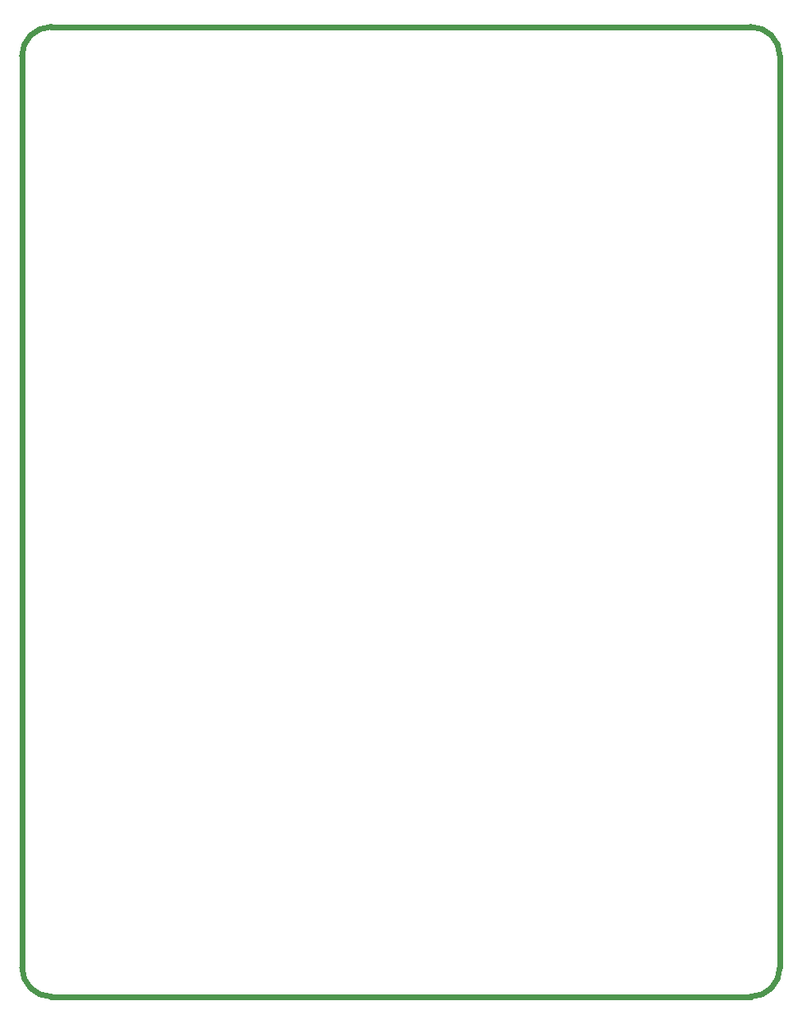
<source format=gbr>
G04 #@! TF.GenerationSoftware,KiCad,Pcbnew,(6.0.0)*
G04 #@! TF.CreationDate,2022-11-06T22:14:04+11:00*
G04 #@! TF.ProjectId,nRF_dev,6e52465f-6465-4762-9e6b-696361645f70,0.0.1*
G04 #@! TF.SameCoordinates,Original*
G04 #@! TF.FileFunction,Profile,NP*
%FSLAX46Y46*%
G04 Gerber Fmt 4.6, Leading zero omitted, Abs format (unit mm)*
G04 Created by KiCad (PCBNEW (6.0.0)) date 2022-11-06 22:14:04*
%MOMM*%
%LPD*%
G01*
G04 APERTURE LIST*
G04 #@! TA.AperFunction,Profile*
%ADD10C,0.600000*%
G04 #@! TD*
G04 APERTURE END LIST*
D10*
X113746000Y-170000000D02*
X41590000Y-170000000D01*
X116746000Y-73000000D02*
X116746000Y-167000000D01*
X41580000Y-70000000D02*
X113746000Y-70000000D01*
X38590000Y-167000000D02*
X38580000Y-73000000D01*
X41580000Y-70000000D02*
G75*
G03*
X38580000Y-73000000I1J-3000001D01*
G01*
X116746000Y-73000000D02*
G75*
G03*
X113746000Y-70000000I-3000001J-1D01*
G01*
X38590000Y-167000000D02*
G75*
G03*
X41590000Y-170000000I3000001J1D01*
G01*
X113746000Y-170000000D02*
G75*
G03*
X116746000Y-167000000I-1J3000001D01*
G01*
M02*

</source>
